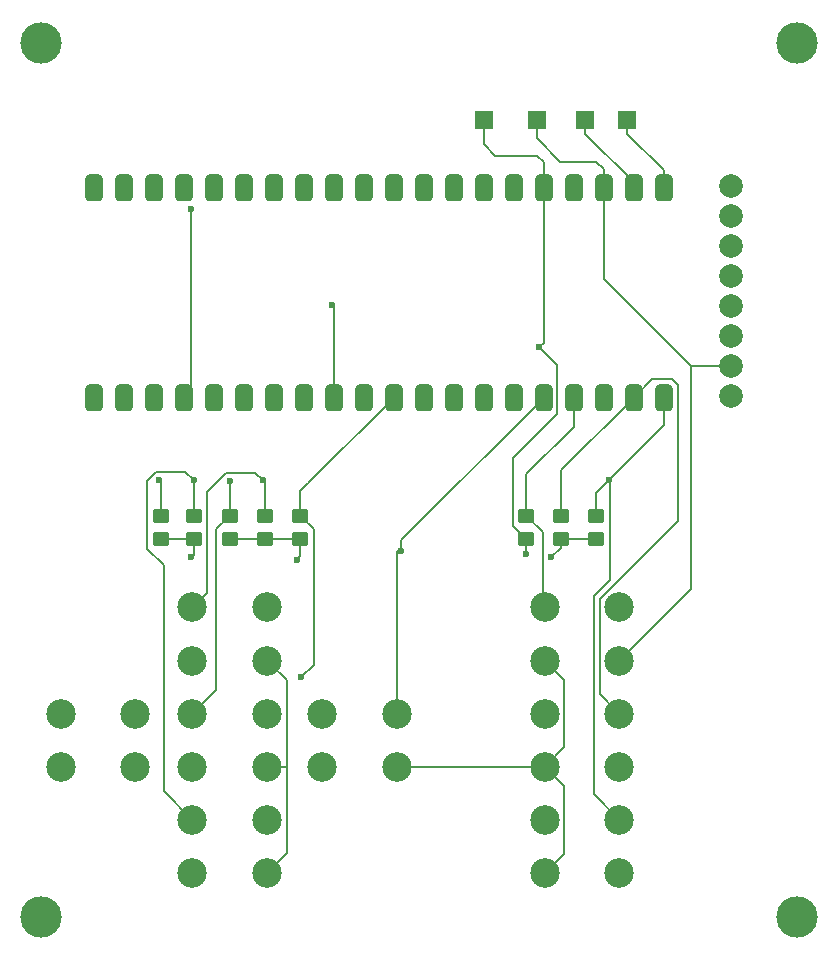
<source format=gbr>
%TF.GenerationSoftware,KiCad,Pcbnew,9.0.2*%
%TF.CreationDate,2025-07-03T12:37:50-06:00*%
%TF.ProjectId,seedsigner-luckfox-shipit,73656564-7369-4676-9e65-722d6c75636b,rev?*%
%TF.SameCoordinates,Original*%
%TF.FileFunction,Copper,L1,Top*%
%TF.FilePolarity,Positive*%
%FSLAX46Y46*%
G04 Gerber Fmt 4.6, Leading zero omitted, Abs format (unit mm)*
G04 Created by KiCad (PCBNEW 9.0.2) date 2025-07-03 12:37:50*
%MOMM*%
%LPD*%
G01*
G04 APERTURE LIST*
G04 Aperture macros list*
%AMRoundRect*
0 Rectangle with rounded corners*
0 $1 Rounding radius*
0 $2 $3 $4 $5 $6 $7 $8 $9 X,Y pos of 4 corners*
0 Add a 4 corners polygon primitive as box body*
4,1,4,$2,$3,$4,$5,$6,$7,$8,$9,$2,$3,0*
0 Add four circle primitives for the rounded corners*
1,1,$1+$1,$2,$3*
1,1,$1+$1,$4,$5*
1,1,$1+$1,$6,$7*
1,1,$1+$1,$8,$9*
0 Add four rect primitives between the rounded corners*
20,1,$1+$1,$2,$3,$4,$5,0*
20,1,$1+$1,$4,$5,$6,$7,0*
20,1,$1+$1,$6,$7,$8,$9,0*
20,1,$1+$1,$8,$9,$2,$3,0*%
G04 Aperture macros list end*
%TA.AperFunction,ComponentPad*%
%ADD10C,2.000000*%
%TD*%
%TA.AperFunction,ComponentPad*%
%ADD11C,2.500000*%
%TD*%
%TA.AperFunction,SMDPad,CuDef*%
%ADD12R,1.500000X1.500000*%
%TD*%
%TA.AperFunction,SMDPad,CuDef*%
%ADD13RoundRect,0.250000X0.450000X-0.350000X0.450000X0.350000X-0.450000X0.350000X-0.450000X-0.350000X0*%
%TD*%
%TA.AperFunction,WasherPad*%
%ADD14C,3.500000*%
%TD*%
%TA.AperFunction,ComponentPad*%
%ADD15RoundRect,0.381000X0.381000X-0.762000X0.381000X0.762000X-0.381000X0.762000X-0.381000X-0.762000X0*%
%TD*%
%TA.AperFunction,ViaPad*%
%ADD16C,0.600000*%
%TD*%
%TA.AperFunction,Conductor*%
%ADD17C,0.200000*%
%TD*%
G04 APERTURE END LIST*
D10*
%TO.P,LCD1,1,BL*%
%TO.N,BACKLIGHT_PWM*%
X61450000Y-15060000D03*
%TO.P,LCD1,2,RST*%
%TO.N,LCD_RST*%
X61450000Y-17600000D03*
%TO.P,LCD1,3,DC*%
%TO.N,LCD_DC*%
X61450000Y-20140000D03*
%TO.P,LCD1,4,SPI_CS*%
%TO.N,SPI_CS*%
X61450000Y-22680000D03*
%TO.P,LCD1,5,SPI_SCLK*%
%TO.N,SPI_SCLK*%
X61450000Y-25220000D03*
%TO.P,LCD1,6,SPI_MOSI*%
%TO.N,SPI_MOSI*%
X61450000Y-27760000D03*
%TO.P,LCD1,7,GND*%
%TO.N,GND*%
X61450000Y-30300000D03*
%TO.P,LCD1,8,VCC*%
%TO.N,+3.3V*%
X61450000Y-32840000D03*
%TD*%
D11*
%TO.P,SW1,1,1*%
%TO.N,KEY1*%
X45700000Y-50750000D03*
X52000000Y-50750000D03*
%TO.P,SW1,2,2*%
%TO.N,GND*%
X45700000Y-55250000D03*
X52000000Y-55250000D03*
%TD*%
D12*
%TO.P,TP2,1,1*%
%TO.N,VSYS*%
X49100000Y-9500000D03*
%TD*%
D13*
%TO.P,R8,1*%
%TO.N,+3.3V*%
X25000000Y-45000000D03*
%TO.P,R8,2*%
%TO.N,JOYSTICK_LEFT*%
X25000000Y-43000000D03*
%TD*%
D11*
%TO.P,SW6,1,1*%
%TO.N,JOYSTICK_UP*%
X15850000Y-50750000D03*
X22150000Y-50750000D03*
%TO.P,SW6,2,2*%
%TO.N,GND*%
X15850000Y-55250000D03*
X22150000Y-55250000D03*
%TD*%
%TO.P,SW8,1,1*%
%TO.N,JOYSTICK_PRESS*%
X15850000Y-59750000D03*
X22150000Y-59750000D03*
%TO.P,SW8,2,2*%
%TO.N,GND*%
X15850000Y-64250000D03*
X22150000Y-64250000D03*
%TD*%
D13*
%TO.P,R4,1*%
%TO.N,+3.3V*%
X13200000Y-45000000D03*
%TO.P,R4,2*%
%TO.N,JOYSTICK_RIGHT*%
X13200000Y-43000000D03*
%TD*%
%TO.P,R3,1*%
%TO.N,+3.3V*%
X50000000Y-45000000D03*
%TO.P,R3,2*%
%TO.N,KEY3*%
X50000000Y-43000000D03*
%TD*%
%TO.P,R7,1*%
%TO.N,+3.3V*%
X22000000Y-45000000D03*
%TO.P,R7,2*%
%TO.N,JOYSTICK_UP*%
X22000000Y-43000000D03*
%TD*%
D11*
%TO.P,SW3,1,1*%
%TO.N,KEY3*%
X45700000Y-68750000D03*
X52000000Y-68750000D03*
%TO.P,SW3,2,2*%
%TO.N,GND*%
X45700000Y-73250000D03*
X52000000Y-73250000D03*
%TD*%
D14*
%TO.P,H1,*%
%TO.N,*%
X3000000Y-3000000D03*
%TD*%
D13*
%TO.P,R5,1*%
%TO.N,+3.3V*%
X19000000Y-45000000D03*
%TO.P,R5,2*%
%TO.N,JOYSTICK_PRESS*%
X19000000Y-43000000D03*
%TD*%
D11*
%TO.P,SW4,1,1*%
%TO.N,JOYSTICK_LEFT*%
X4700000Y-59750000D03*
X11000000Y-59750000D03*
%TO.P,SW4,2,2*%
%TO.N,GND*%
X4700000Y-64250000D03*
X11000000Y-64250000D03*
%TD*%
%TO.P,SW5,1,1*%
%TO.N,JOYSTICK_RIGHT*%
X26850000Y-59750000D03*
X33150000Y-59750000D03*
%TO.P,SW5,2,2*%
%TO.N,GND*%
X26850000Y-64250000D03*
X33150000Y-64250000D03*
%TD*%
D13*
%TO.P,R1,1*%
%TO.N,+3.3V*%
X44100000Y-45000000D03*
%TO.P,R1,2*%
%TO.N,KEY1*%
X44100000Y-43000000D03*
%TD*%
D12*
%TO.P,TP1,1,1*%
%TO.N,VBUS*%
X52650000Y-9500000D03*
%TD*%
D13*
%TO.P,R2,1*%
%TO.N,+3.3V*%
X47050000Y-45000000D03*
%TO.P,R2,2*%
%TO.N,KEY2*%
X47050000Y-43000000D03*
%TD*%
D14*
%TO.P,H4,*%
%TO.N,*%
X3000000Y-77000000D03*
%TD*%
D13*
%TO.P,R6,1*%
%TO.N,+3.3V*%
X16000000Y-45000000D03*
%TO.P,R6,2*%
%TO.N,JOYSTICK_DOWN*%
X16000000Y-43000000D03*
%TD*%
D11*
%TO.P,SW7,1,1*%
%TO.N,JOYSTICK_DOWN*%
X15850000Y-68750000D03*
X22150000Y-68750000D03*
%TO.P,SW7,2,2*%
%TO.N,GND*%
X15850000Y-73250000D03*
X22150000Y-73250000D03*
%TD*%
D14*
%TO.P,H2,*%
%TO.N,*%
X67000000Y-3000000D03*
%TD*%
D11*
%TO.P,SW2,1,1*%
%TO.N,KEY2*%
X45700000Y-59750000D03*
X52000000Y-59750000D03*
%TO.P,SW2,2,2*%
%TO.N,GND*%
X45700000Y-64250000D03*
X52000000Y-64250000D03*
%TD*%
D12*
%TO.P,TP3,1,1*%
%TO.N,+3.3V*%
X40500000Y-9500000D03*
%TD*%
%TO.P,TP4,1,1*%
%TO.N,GND*%
X45000000Y-9500000D03*
%TD*%
D14*
%TO.P,H3,*%
%TO.N,*%
X67000000Y-77000000D03*
%TD*%
D15*
%TO.P,U1,1,UART2_TX_M1/GPIO1_B2_d*%
%TO.N,KEY3*%
X55740000Y-33000000D03*
%TO.P,U1,2,UART2_RX_M1/GPIO1_B3_d*%
%TO.N,KEY2*%
X53200000Y-33000000D03*
%TO.P,U1,3,GND*%
%TO.N,unconnected-(U1-GND-Pad3)*%
X50660000Y-33000000D03*
%TO.P,U1,4,UART4_CTS_M1/GPIO1_C7_d*%
%TO.N,KEY1*%
X48120000Y-33000000D03*
%TO.P,U1,5,UART4_RTS_M1/GPIO1_C6_d*%
%TO.N,JOYSTICK_RIGHT*%
X45580000Y-33000000D03*
%TO.P,U1,6,UART4_TX_M1/GPIO1_C5_d*%
%TO.N,JOYSTICK_DOWN*%
X43040000Y-33000000D03*
%TO.P,U1,7,UART4_RX_M1/GPIO1_C4_d*%
%TO.N,JOYSTICK_PRESS*%
X40500000Y-33000000D03*
%TO.P,U1,8,GND*%
%TO.N,unconnected-(U1-GND-Pad8)*%
X37960000Y-33000000D03*
%TO.P,U1,9,GPIO1_D4_d*%
%TO.N,JOYSTICK_UP*%
X35420000Y-33000000D03*
%TO.P,U1,10,GPIO1_D3_d*%
%TO.N,JOYSTICK_LEFT*%
X32880000Y-33000000D03*
%TO.P,U1,11,GPIO2_B1_d*%
%TO.N,unconnected-(U1-GPIO2_B1_d-Pad11)*%
X30340000Y-33000000D03*
%TO.P,U1,12,GPIO2_C0_d*%
%TO.N,SPI_CS*%
X27800000Y-33000000D03*
%TO.P,U1,13,GND*%
%TO.N,unconnected-(U1-GND-Pad13)*%
X25260000Y-33000000D03*
%TO.P,U1,14,GPIO1_C1_d*%
%TO.N,SPI_SCLK*%
X22720000Y-33000000D03*
%TO.P,U1,15,GPIO1_C2_d*%
%TO.N,SPI_MOSI*%
X20180000Y-33000000D03*
%TO.P,U1,16,GPIO1_C3_d*%
%TO.N,unconnected-(U1-GPIO1_C3_d-Pad16)*%
X17640000Y-33000000D03*
%TO.P,U1,17,GPIO2_B0_d*%
%TO.N,BACKLIGHT_PWM*%
X15100000Y-33000000D03*
%TO.P,U1,18,GND*%
%TO.N,unconnected-(U1-GND-Pad18)*%
X12560000Y-33000000D03*
%TO.P,U1,19,GPIO1_D0_d*%
%TO.N,LCD_DC*%
X10020000Y-33000000D03*
%TO.P,U1,20,GPIO1_D1_d*%
%TO.N,LCD_RST*%
X7480000Y-33000000D03*
%TO.P,U1,21,GPIO2_A4_d*%
%TO.N,unconnected-(U1-GPIO2_A4_d-Pad21)*%
X7480000Y-15220000D03*
%TO.P,U1,22,GPIO2_A5_d*%
%TO.N,unconnected-(U1-GPIO2_A5_d-Pad22)*%
X10020000Y-15220000D03*
%TO.P,U1,23,GND*%
%TO.N,unconnected-(U1-GND-Pad23)*%
X12560000Y-15220000D03*
%TO.P,U1,24,GPIO2_D0_d*%
%TO.N,unconnected-(U1-GPIO2_D0_d-Pad24)*%
X15100000Y-15220000D03*
%TO.P,U1,25,GPIO2_A1_d*%
%TO.N,unconnected-(U1-GPIO2_A1_d-Pad25)*%
X17640000Y-15220000D03*
%TO.P,U1,26,GPIO2_A2_d*%
%TO.N,unconnected-(U1-GPIO2_A2_d-Pad26)*%
X20180000Y-15220000D03*
%TO.P,U1,27,GPIO2_A3_d*%
%TO.N,unconnected-(U1-GPIO2_A3_d-Pad27)*%
X22720000Y-15220000D03*
%TO.P,U1,28,GND*%
%TO.N,unconnected-(U1-GND-Pad28)*%
X25260000Y-15220000D03*
%TO.P,U1,29,GPIO2_A6_d*%
%TO.N,unconnected-(U1-GPIO2_A6_d-Pad29)*%
X27800000Y-15220000D03*
%TO.P,U1,30,NC*%
%TO.N,unconnected-(U1-NC-Pad30)*%
X30340000Y-15220000D03*
%TO.P,U1,31,GPIO4_C0_z*%
%TO.N,unconnected-(U1-GPIO4_C0_z-Pad31)*%
X32880000Y-15220000D03*
%TO.P,U1,32,GPIO4_C1_z*%
%TO.N,unconnected-(U1-GPIO4_C1_z-Pad32)*%
X35420000Y-15220000D03*
%TO.P,U1,33,GND*%
%TO.N,unconnected-(U1-GND-Pad33)*%
X37960000Y-15220000D03*
%TO.P,U1,34,GPIO0_A7_d*%
%TO.N,unconnected-(U1-GPIO0_A7_d-Pad34)*%
X40500000Y-15220000D03*
%TO.P,U1,35,NC*%
%TO.N,unconnected-(U1-NC-Pad35)*%
X43040000Y-15220000D03*
%TO.P,U1,36,3V3(OUT)*%
%TO.N,+3.3V*%
X45580000Y-15220000D03*
%TO.P,U1,37,3V3_EN*%
%TO.N,unconnected-(U1-3V3_EN-Pad37)*%
X48120000Y-15220000D03*
%TO.P,U1,38,GND*%
%TO.N,GND*%
X50660000Y-15220000D03*
%TO.P,U1,39,VSYS*%
%TO.N,VSYS*%
X53200000Y-15220000D03*
%TO.P,U1,40,VBUS*%
%TO.N,VBUS*%
X55740000Y-15220000D03*
%TD*%
D16*
%TO.N,+3.3V*%
X45237500Y-28731600D03*
%TO.N,SPI_CS*%
X27662000Y-25122100D03*
%TO.N,BACKLIGHT_PWM*%
X15700800Y-17043000D03*
%TO.N,JOYSTICK_LEFT*%
X25082100Y-56658600D03*
%TO.N,JOYSTICK_UP*%
X21840600Y-40001100D03*
%TO.N,JOYSTICK_DOWN*%
X15993800Y-40005800D03*
%TO.N,JOYSTICK_PRESS*%
X19000000Y-40087100D03*
%TO.N,JOYSTICK_RIGHT*%
X13061300Y-40000800D03*
X33537500Y-45940400D03*
%TO.N,KEY3*%
X51087500Y-39999600D03*
%TO.N,+3.3V*%
X44100000Y-46219500D03*
X46250000Y-46513300D03*
X24674000Y-46733000D03*
X15763900Y-46513300D03*
%TD*%
D17*
%TO.N,GND*%
X45000000Y-9500000D02*
X45000000Y-11000000D01*
X45000000Y-11000000D02*
X47000000Y-13000000D01*
X50000000Y-13000000D02*
X50660000Y-13660000D01*
X47000000Y-13000000D02*
X50000000Y-13000000D01*
X50660000Y-13660000D02*
X50660000Y-15220000D01*
%TO.N,+3.3V*%
X40500000Y-9500000D02*
X40500000Y-11500000D01*
X40500000Y-11500000D02*
X41500000Y-12500000D01*
X41500000Y-12500000D02*
X45000000Y-12500000D01*
X45000000Y-12500000D02*
X45580000Y-13080000D01*
X45580000Y-13080000D02*
X45580000Y-15220000D01*
%TO.N,GND*%
X45700000Y-64250000D02*
X33150000Y-64250000D01*
%TO.N,VSYS*%
X53200000Y-14751700D02*
X49100000Y-10651700D01*
X53200000Y-15220000D02*
X53200000Y-14751700D01*
X49100000Y-9500000D02*
X49100000Y-10651700D01*
%TO.N,VBUS*%
X55740000Y-13741700D02*
X52650000Y-10651700D01*
X55740000Y-15220000D02*
X55740000Y-13741700D01*
X52650000Y-9500000D02*
X52650000Y-10651700D01*
%TO.N,SPI_CS*%
X27800000Y-25260100D02*
X27800000Y-33000000D01*
X27662000Y-25122100D02*
X27800000Y-25260100D01*
X27662000Y-25122100D02*
X27800000Y-25122100D01*
X27800000Y-25122100D02*
X27662000Y-25122100D01*
%TO.N,BACKLIGHT_PWM*%
X15700800Y-32399200D02*
X15100000Y-33000000D01*
X15700800Y-17043000D02*
X15700800Y-32399200D01*
%TO.N,GND*%
X50660000Y-22923100D02*
X58036900Y-30300000D01*
X50660000Y-15220000D02*
X50660000Y-22923100D01*
X58036900Y-30300000D02*
X61450000Y-30300000D01*
X47354900Y-65904900D02*
X45700000Y-64250000D01*
X47354900Y-71595100D02*
X47354900Y-65904900D01*
X45700000Y-73250000D02*
X47354900Y-71595100D01*
X47351700Y-62598300D02*
X45700000Y-64250000D01*
X47351700Y-56901700D02*
X47351700Y-62598300D01*
X45700000Y-55250000D02*
X47351700Y-56901700D01*
X23839100Y-56939100D02*
X23839100Y-64250000D01*
X22150000Y-55250000D02*
X23839100Y-56939100D01*
X23839100Y-64250000D02*
X22150000Y-64250000D01*
X23839100Y-71560900D02*
X23839100Y-64250000D01*
X22150000Y-73250000D02*
X23839100Y-71560900D01*
X58036900Y-49213100D02*
X58036900Y-30300000D01*
X52000000Y-55250000D02*
X58036900Y-49213100D01*
%TO.N,JOYSTICK_LEFT*%
X32880000Y-33000000D02*
X25642900Y-40237100D01*
X25642900Y-40237100D02*
X25000000Y-40880000D01*
X25000000Y-40880000D02*
X25000000Y-40921300D01*
X25000000Y-40921300D02*
X25000000Y-41958700D01*
X25000000Y-41958700D02*
X25000000Y-42398700D01*
X25000000Y-42398700D02*
X25000000Y-42440000D01*
X25000000Y-42440000D02*
X25000000Y-43000000D01*
X26147900Y-55592800D02*
X25082100Y-56658600D01*
X26147900Y-44147900D02*
X26147900Y-55592800D01*
X25000000Y-43000000D02*
X26147900Y-44147900D01*
%TO.N,JOYSTICK_UP*%
X22000000Y-40160500D02*
X21840600Y-40001100D01*
X22000000Y-43000000D02*
X22000000Y-40160500D01*
X21184200Y-39344700D02*
X21840600Y-40001100D01*
X18720400Y-39344700D02*
X21184200Y-39344700D01*
X17102700Y-40962400D02*
X18720400Y-39344700D01*
X17102700Y-49497300D02*
X17102700Y-40962400D01*
X15850000Y-50750000D02*
X17102700Y-49497300D01*
%TO.N,JOYSTICK_DOWN*%
X16000000Y-40012100D02*
X16000000Y-43000000D01*
X15993800Y-40005800D02*
X16000000Y-40012100D01*
X15261600Y-39273700D02*
X15993800Y-40005800D01*
X12788700Y-39273700D02*
X15261600Y-39273700D01*
X12043400Y-40019000D02*
X12788700Y-39273700D01*
X12043400Y-45806700D02*
X12043400Y-40019000D01*
X13425100Y-47188400D02*
X12043400Y-45806700D01*
X13425100Y-66325100D02*
X13425100Y-47188400D01*
X15850000Y-68750000D02*
X13425100Y-66325100D01*
X15993800Y-40005800D02*
X15993800Y-41221600D01*
X15993800Y-41221600D02*
X15993800Y-40005800D01*
%TO.N,JOYSTICK_PRESS*%
X19000000Y-40087100D02*
X19000000Y-41543500D01*
X19000000Y-41543500D02*
X19000000Y-41584800D01*
X19000000Y-41584800D02*
X19000000Y-41989600D01*
X19000000Y-41989600D02*
X19000000Y-42394500D01*
X19000000Y-42394500D02*
X19000000Y-42435800D01*
X19000000Y-42435800D02*
X19000000Y-43000000D01*
X17853800Y-57746200D02*
X15850000Y-59750000D01*
X17853800Y-44146200D02*
X17853800Y-57746200D01*
X19000000Y-43000000D02*
X17853800Y-44146200D01*
X19000000Y-40087100D02*
X19000000Y-40482600D01*
X19000000Y-40482600D02*
X19000000Y-40087100D01*
%TO.N,JOYSTICK_RIGHT*%
X33150000Y-45940400D02*
X33150000Y-59750000D01*
X33537500Y-45940400D02*
X33150000Y-45940400D01*
X33537500Y-45042500D02*
X33537500Y-45940400D01*
X45580000Y-33000000D02*
X33537500Y-45042500D01*
X13200000Y-40139500D02*
X13200000Y-43000000D01*
X13061300Y-40000800D02*
X13200000Y-40139500D01*
X13061300Y-40000800D02*
X13200000Y-40139500D01*
X13200000Y-40139500D02*
X13061300Y-40000800D01*
%TO.N,KEY3*%
X50000000Y-41087100D02*
X50000000Y-43000000D01*
X51087500Y-39999600D02*
X50000000Y-41087100D01*
X55740000Y-35347100D02*
X55740000Y-33000000D01*
X51087500Y-39999600D02*
X55740000Y-35347100D01*
X49838200Y-66588200D02*
X52000000Y-68750000D01*
X49838200Y-49807300D02*
X49838200Y-66588200D01*
X51179600Y-48465900D02*
X49838200Y-49807300D01*
X51179600Y-40091700D02*
X51179600Y-48465900D01*
X51087500Y-39999600D02*
X51179600Y-40091700D01*
%TO.N,KEY2*%
X47050000Y-39150000D02*
X53200000Y-33000000D01*
X47050000Y-43000000D02*
X47050000Y-39150000D01*
X54800900Y-31399100D02*
X53200000Y-33000000D01*
X56438900Y-31399100D02*
X54800900Y-31399100D01*
X56950900Y-31911100D02*
X56438900Y-31399100D01*
X56950900Y-43404100D02*
X56950900Y-31911100D01*
X50339900Y-50015100D02*
X56950900Y-43404100D01*
X50339900Y-58089900D02*
X50339900Y-50015100D01*
X52000000Y-59750000D02*
X50339900Y-58089900D01*
%TO.N,+3.3V*%
X22000000Y-45000000D02*
X25000000Y-45000000D01*
X47050000Y-45000000D02*
X50000000Y-45000000D01*
X47050000Y-45713300D02*
X47050000Y-45000000D01*
X46250000Y-46513300D02*
X47050000Y-45713300D01*
X19000000Y-45000000D02*
X22000000Y-45000000D01*
X44100000Y-45000000D02*
X44100000Y-46219500D01*
X25000000Y-46407000D02*
X25000000Y-45000000D01*
X24674000Y-46733000D02*
X25000000Y-46407000D01*
X13200000Y-45000000D02*
X16000000Y-45000000D01*
X16000000Y-46277200D02*
X16000000Y-45000000D01*
X15763900Y-46513300D02*
X16000000Y-46277200D01*
%TO.N,KEY1*%
X44100000Y-39486800D02*
X44100000Y-43000000D01*
X48120000Y-35466800D02*
X44100000Y-39486800D01*
X48120000Y-33000000D02*
X48120000Y-35466800D01*
X45499200Y-50549200D02*
X45700000Y-50750000D01*
X45499200Y-44399200D02*
X45499200Y-50549200D01*
X44100000Y-43000000D02*
X45499200Y-44399200D01*
%TO.N,+3.3V*%
X44100000Y-45000000D02*
X42977800Y-43877800D01*
X45580000Y-28389100D02*
X45237500Y-28731600D01*
X42977800Y-38142200D02*
X46749200Y-34370800D01*
X45580000Y-15220000D02*
X45580000Y-28389100D01*
X46749200Y-30243300D02*
X45237500Y-28731600D01*
X46749200Y-34370800D02*
X46749200Y-30243300D01*
X42977800Y-43877800D02*
X42977800Y-38142200D01*
%TD*%
M02*

</source>
